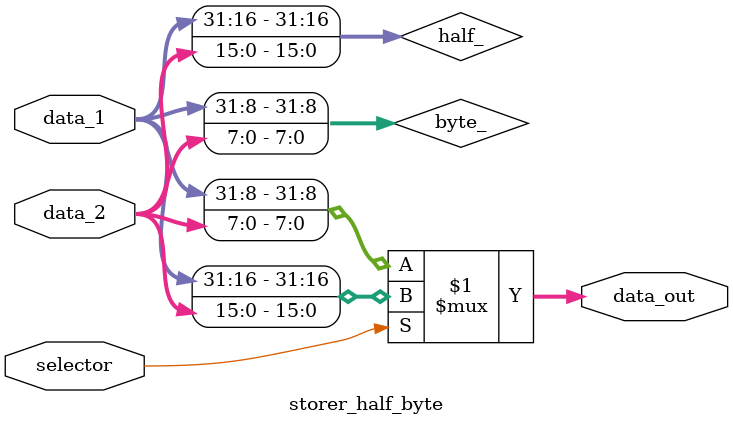
<source format=v>
module storer_half_byte (
    input wire   selector,
    input wire [31:0] data_1,
    input wire [31:0] data_2,
    output wire [31:0] data_out
);

    wire [31:0] byte_;
    wire [31:0] half_;

    assign byte_={data_1[31:8],data_2[7:0]};
    assign half_={data_1[31:16],data_2[15:0]};
 
    assign data_out = (selector) ? half_ : byte_;

	 

endmodule
</source>
